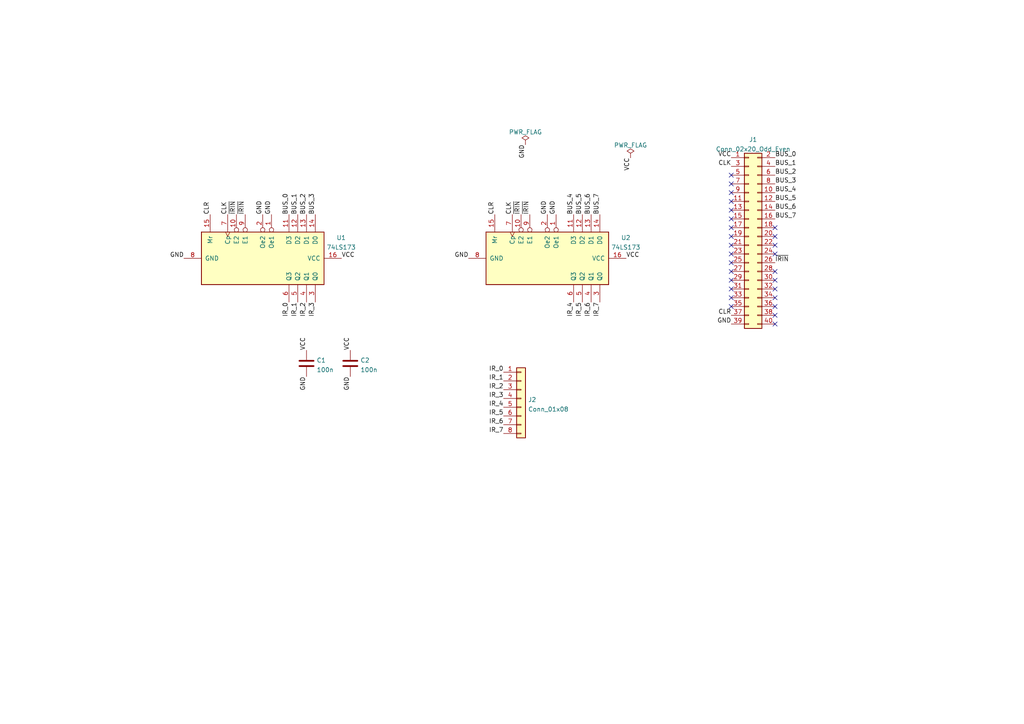
<source format=kicad_sch>
(kicad_sch (version 20211123) (generator eeschema)
  (paper "A4")
  (lib_symbols
    (symbol "74xx:74LS173" (pin_names (offset 1.016))
      (property "Reference" "U" (at -7.62 19.05 0))
      (property "Value" "74LS173" (at -7.62 -19.05 0))
      (symbol "74LS173_1_0"
        (pin input inverted (at -12.7 2.54 0) (length 5.08) (name "Oe1") (number "1"))
        (pin input inverted (at -12.7 -7.62 0) (length 5.08) (name "E2") (number "10"))
        (pin input line (at -12.7 7.62 0) (length 5.08) (name "D3") (number "11"))
        (pin input line (at -12.7 10.16 0) (length 5.08) (name "D2") (number "12"))
        (pin input line (at -12.7 12.7 0) (length 5.08) (name "D1") (number "13"))
        (pin input line (at -12.7 15.24 0) (length 5.08) (name "D0") (number "14"))
        (pin input line (at -12.7 -15.24 0) (length 5.08) (name "Mr") (number "15"))
        (pin power_in line (at 0 22.86 270) (length 5.08) (name "VCC") (number "16"))
        (pin input inverted (at -12.7 0 0) (length 5.08) (name "Oe2") (number "2"))
        (pin tri_state line (at 12.7 15.24 180) (length 5.08) (name "Q0") (number "3"))
        (pin tri_state line (at 12.7 12.7 180) (length 5.08) (name "Q1") (number "4"))
        (pin tri_state line (at 12.7 10.16 180) (length 5.08) (name "Q2") (number "5"))
        (pin tri_state line (at 12.7 7.62 180) (length 5.08) (name "Q3") (number "6"))
        (pin input clock (at -12.7 -10.16 0) (length 5.08) (name "Cp") (number "7"))
        (pin power_in line (at 0 -22.86 90) (length 5.08) (name "GND") (number "8"))
        (pin input inverted (at -12.7 -5.08 0) (length 5.08) (name "E1") (number "9"))
      )
      (symbol "74LS173_1_1"
        (rectangle (start -7.62 17.78) (end 7.62 -17.78) (stroke (width 0.254)) (fill (type background)))
      )
    )
    (symbol "Connector_Generic:Conn_01x08" (pin_names (offset 1.016) hide)
      (property "Reference" "J" (at 0 10.16 0))
      (property "Value" "Conn_01x08" (at 0 -12.7 0))
      (symbol "Conn_01x08_1_1"
        (rectangle (start -1.27 -10.033) (end 0 -10.287) (stroke (width 0.1524)))
        (rectangle (start -1.27 -7.493) (end 0 -7.747) (stroke (width 0.1524)))
        (rectangle (start -1.27 -4.953) (end 0 -5.207) (stroke (width 0.1524)))
        (rectangle (start -1.27 -2.413) (end 0 -2.667) (stroke (width 0.1524)))
        (rectangle (start -1.27 0.127) (end 0 -0.127) (stroke (width 0.1524)))
        (rectangle (start -1.27 2.667) (end 0 2.413) (stroke (width 0.1524)))
        (rectangle (start -1.27 5.207) (end 0 4.953) (stroke (width 0.1524)))
        (rectangle (start -1.27 7.747) (end 0 7.493) (stroke (width 0.1524)))
        (rectangle (start -1.27 8.89) (end 1.27 -11.43) (stroke (width 0.254)) (fill (type background)))
        (pin passive line (at -5.08 7.62 0) (length 3.81) (name "Pin_1") (number "1"))
        (pin passive line (at -5.08 5.08 0) (length 3.81) (name "Pin_2") (number "2"))
        (pin passive line (at -5.08 2.54 0) (length 3.81) (name "Pin_3") (number "3"))
        (pin passive line (at -5.08 0 0) (length 3.81) (name "Pin_4") (number "4"))
        (pin passive line (at -5.08 -2.54 0) (length 3.81) (name "Pin_5") (number "5"))
        (pin passive line (at -5.08 -5.08 0) (length 3.81) (name "Pin_6") (number "6"))
        (pin passive line (at -5.08 -7.62 0) (length 3.81) (name "Pin_7") (number "7"))
        (pin passive line (at -5.08 -10.16 0) (length 3.81) (name "Pin_8") (number "8"))
      )
    )
    (symbol "Connector_Generic:Conn_02x20_Odd_Even" (pin_names (offset 1.016) hide)
      (property "Reference" "J" (at 1.27 25.4 0))
      (property "Value" "Conn_02x20_Odd_Even" (at 1.27 -27.94 0))
      (symbol "Conn_02x20_Odd_Even_1_1"
        (rectangle (start -1.27 -25.273) (end 0 -25.527) (stroke (width 0.1524)))
        (rectangle (start -1.27 -22.733) (end 0 -22.987) (stroke (width 0.1524)))
        (rectangle (start -1.27 -20.193) (end 0 -20.447) (stroke (width 0.1524)))
        (rectangle (start -1.27 -17.653) (end 0 -17.907) (stroke (width 0.1524)))
        (rectangle (start -1.27 -15.113) (end 0 -15.367) (stroke (width 0.1524)))
        (rectangle (start -1.27 -12.573) (end 0 -12.827) (stroke (width 0.1524)))
        (rectangle (start -1.27 -10.033) (end 0 -10.287) (stroke (width 0.1524)))
        (rectangle (start -1.27 -7.493) (end 0 -7.747) (stroke (width 0.1524)))
        (rectangle (start -1.27 -4.953) (end 0 -5.207) (stroke (width 0.1524)))
        (rectangle (start -1.27 -2.413) (end 0 -2.667) (stroke (width 0.1524)))
        (rectangle (start -1.27 0.127) (end 0 -0.127) (stroke (width 0.1524)))
        (rectangle (start -1.27 2.667) (end 0 2.413) (stroke (width 0.1524)))
        (rectangle (start -1.27 5.207) (end 0 4.953) (stroke (width 0.1524)))
        (rectangle (start -1.27 7.747) (end 0 7.493) (stroke (width 0.1524)))
        (rectangle (start -1.27 10.287) (end 0 10.033) (stroke (width 0.1524)))
        (rectangle (start -1.27 12.827) (end 0 12.573) (stroke (width 0.1524)))
        (rectangle (start -1.27 15.367) (end 0 15.113) (stroke (width 0.1524)))
        (rectangle (start -1.27 17.907) (end 0 17.653) (stroke (width 0.1524)))
        (rectangle (start -1.27 20.447) (end 0 20.193) (stroke (width 0.1524)))
        (rectangle (start -1.27 22.987) (end 0 22.733) (stroke (width 0.1524)))
        (rectangle (start -1.27 24.13) (end 3.81 -26.67) (stroke (width 0.254)) (fill (type background)))
        (rectangle (start 3.81 -25.273) (end 2.54 -25.527) (stroke (width 0.1524)))
        (rectangle (start 3.81 -22.733) (end 2.54 -22.987) (stroke (width 0.1524)))
        (rectangle (start 3.81 -20.193) (end 2.54 -20.447) (stroke (width 0.1524)))
        (rectangle (start 3.81 -17.653) (end 2.54 -17.907) (stroke (width 0.1524)))
        (rectangle (start 3.81 -15.113) (end 2.54 -15.367) (stroke (width 0.1524)))
        (rectangle (start 3.81 -12.573) (end 2.54 -12.827) (stroke (width 0.1524)))
        (rectangle (start 3.81 -10.033) (end 2.54 -10.287) (stroke (width 0.1524)))
        (rectangle (start 3.81 -7.493) (end 2.54 -7.747) (stroke (width 0.1524)))
        (rectangle (start 3.81 -4.953) (end 2.54 -5.207) (stroke (width 0.1524)))
        (rectangle (start 3.81 -2.413) (end 2.54 -2.667) (stroke (width 0.1524)))
        (rectangle (start 3.81 0.127) (end 2.54 -0.127) (stroke (width 0.1524)))
        (rectangle (start 3.81 2.667) (end 2.54 2.413) (stroke (width 0.1524)))
        (rectangle (start 3.81 5.207) (end 2.54 4.953) (stroke (width 0.1524)))
        (rectangle (start 3.81 7.747) (end 2.54 7.493) (stroke (width 0.1524)))
        (rectangle (start 3.81 10.287) (end 2.54 10.033) (stroke (width 0.1524)))
        (rectangle (start 3.81 12.827) (end 2.54 12.573) (stroke (width 0.1524)))
        (rectangle (start 3.81 15.367) (end 2.54 15.113) (stroke (width 0.1524)))
        (rectangle (start 3.81 17.907) (end 2.54 17.653) (stroke (width 0.1524)))
        (rectangle (start 3.81 20.447) (end 2.54 20.193) (stroke (width 0.1524)))
        (rectangle (start 3.81 22.987) (end 2.54 22.733) (stroke (width 0.1524)))
        (pin passive line (at -5.08 22.86 0) (length 3.81) (name "Pin_1") (number "1"))
        (pin passive line (at 7.62 12.7 180) (length 3.81) (name "Pin_10") (number "10"))
        (pin passive line (at -5.08 10.16 0) (length 3.81) (name "Pin_11") (number "11"))
        (pin passive line (at 7.62 10.16 180) (length 3.81) (name "Pin_12") (number "12"))
        (pin passive line (at -5.08 7.62 0) (length 3.81) (name "Pin_13") (number "13"))
        (pin passive line (at 7.62 7.62 180) (length 3.81) (name "Pin_14") (number "14"))
        (pin passive line (at -5.08 5.08 0) (length 3.81) (name "Pin_15") (number "15"))
        (pin passive line (at 7.62 5.08 180) (length 3.81) (name "Pin_16") (number "16"))
        (pin passive line (at -5.08 2.54 0) (length 3.81) (name "Pin_17") (number "17"))
        (pin passive line (at 7.62 2.54 180) (length 3.81) (name "Pin_18") (number "18"))
        (pin passive line (at -5.08 0 0) (length 3.81) (name "Pin_19") (number "19"))
        (pin passive line (at 7.62 22.86 180) (length 3.81) (name "Pin_2") (number "2"))
        (pin passive line (at 7.62 0 180) (length 3.81) (name "Pin_20") (number "20"))
        (pin passive line (at -5.08 -2.54 0) (length 3.81) (name "Pin_21") (number "21"))
        (pin passive line (at 7.62 -2.54 180) (length 3.81) (name "Pin_22") (number "22"))
        (pin passive line (at -5.08 -5.08 0) (length 3.81) (name "Pin_23") (number "23"))
        (pin passive line (at 7.62 -5.08 180) (length 3.81) (name "Pin_24") (number "24"))
        (pin passive line (at -5.08 -7.62 0) (length 3.81) (name "Pin_25") (number "25"))
        (pin passive line (at 7.62 -7.62 180) (length 3.81) (name "Pin_26") (number "26"))
        (pin passive line (at -5.08 -10.16 0) (length 3.81) (name "Pin_27") (number "27"))
        (pin passive line (at 7.62 -10.16 180) (length 3.81) (name "Pin_28") (number "28"))
        (pin passive line (at -5.08 -12.7 0) (length 3.81) (name "Pin_29") (number "29"))
        (pin passive line (at -5.08 20.32 0) (length 3.81) (name "Pin_3") (number "3"))
        (pin passive line (at 7.62 -12.7 180) (length 3.81) (name "Pin_30") (number "30"))
        (pin passive line (at -5.08 -15.24 0) (length 3.81) (name "Pin_31") (number "31"))
        (pin passive line (at 7.62 -15.24 180) (length 3.81) (name "Pin_32") (number "32"))
        (pin passive line (at -5.08 -17.78 0) (length 3.81) (name "Pin_33") (number "33"))
        (pin passive line (at 7.62 -17.78 180) (length 3.81) (name "Pin_34") (number "34"))
        (pin passive line (at -5.08 -20.32 0) (length 3.81) (name "Pin_35") (number "35"))
        (pin passive line (at 7.62 -20.32 180) (length 3.81) (name "Pin_36") (number "36"))
        (pin passive line (at -5.08 -22.86 0) (length 3.81) (name "Pin_37") (number "37"))
        (pin passive line (at 7.62 -22.86 180) (length 3.81) (name "Pin_38") (number "38"))
        (pin passive line (at -5.08 -25.4 0) (length 3.81) (name "Pin_39") (number "39"))
        (pin passive line (at 7.62 20.32 180) (length 3.81) (name "Pin_4") (number "4"))
        (pin passive line (at 7.62 -25.4 180) (length 3.81) (name "Pin_40") (number "40"))
        (pin passive line (at -5.08 17.78 0) (length 3.81) (name "Pin_5") (number "5"))
        (pin passive line (at 7.62 17.78 180) (length 3.81) (name "Pin_6") (number "6"))
        (pin passive line (at -5.08 15.24 0) (length 3.81) (name "Pin_7") (number "7"))
        (pin passive line (at 7.62 15.24 180) (length 3.81) (name "Pin_8") (number "8"))
        (pin passive line (at -5.08 12.7 0) (length 3.81) (name "Pin_9") (number "9"))
      )
    )
    (symbol "Device:C" (pin_numbers hide) (pin_names (offset 0.254))
      (property "Reference" "C" (at 0.635 2.54 0))
      (property "Value" "C" (at 0.635 -2.54 0))
      (symbol "C_0_1"
        (polyline (pts (xy -2.032 -0.762) (xy 2.032 -0.762)) (stroke (width 0.508)))
        (polyline (pts (xy -2.032 0.762) (xy 2.032 0.762)) (stroke (width 0.508)))
      )
      (symbol "C_1_1"
        (pin passive line (at 0 3.81 270) (length 2.794) (name "~") (number "1"))
        (pin passive line (at 0 -3.81 90) (length 2.794) (name "~") (number "2"))
      )
    )
    (symbol "power:PWR_FLAG" (power) (pin_numbers hide) (pin_names (offset 0) hide)
      (property "Value" "PWR_FLAG" (at 0 3.81 0))
      (symbol "PWR_FLAG_0_0"
        (pin power_out line (at 0 0 90) (length 0) (name "pwr") (number "1"))
      )
      (symbol "PWR_FLAG_0_1"
        (polyline (pts (xy 0 0) (xy 0 1.27) (xy -1.016 1.905) (xy 0 2.54) (xy 1.016 1.905) (xy 0 1.27)))
      )
    )
  )
  (no_connect (at 212.09 73.66))
  (no_connect (at 212.09 78.74))
  (no_connect (at 212.09 76.2))
  (no_connect (at 212.09 81.28))
  (no_connect (at 212.09 71.12))
  (no_connect (at 212.09 83.82))
  (no_connect (at 212.09 86.36))
  (no_connect (at 212.09 88.9))
  (no_connect (at 212.09 68.58))
  (no_connect (at 212.09 66.04))
  (no_connect (at 212.09 63.5))
  (no_connect (at 212.09 60.96))
  (no_connect (at 212.09 58.42))
  (no_connect (at 212.09 53.34))
  (no_connect (at 212.09 50.8))
  (no_connect (at 212.09 55.88))
  (no_connect (at 224.79 83.82))
  (no_connect (at 224.79 86.36))
  (no_connect (at 224.79 91.44))
  (no_connect (at 224.79 88.9))
  (no_connect (at 224.79 66.04))
  (no_connect (at 224.79 73.66))
  (no_connect (at 224.79 81.28))
  (no_connect (at 224.79 78.74))
  (no_connect (at 224.79 71.12))
  (no_connect (at 224.79 68.58))
  (no_connect (at 224.79 93.98))
  (label "BUS_0" (at 83.82 62.23 90))
  (label "IR_7" (at 146.05 125.73 180))
  (label "VCC" (at 212.09 45.72 180))
  (label "IR_2" (at 88.9 87.63 270))
  (label "IR_5" (at 146.05 120.65 180))
  (label "VCC" (at 88.9 101.6 90))
  (label "IR_7" (at 173.99 87.63 270))
  (label "~{IRIN}" (at 153.67 62.23 90))
  (label "IR_6" (at 146.05 123.19 180))
  (label "GND" (at 101.6 109.22 270))
  (label "BUS_5" (at 224.79 58.42 0))
  (label "GND" (at 152.4 41.91 270))
  (label "~{IRIN}" (at 68.58 62.23 90))
  (label "IR_1" (at 146.05 110.49 180))
  (label "CLR" (at 60.96 62.23 90))
  (label "BUS_2" (at 88.9 62.23 90))
  (label "IR_0" (at 83.82 87.63 270))
  (label "GND" (at 135.89 74.93 180))
  (label "BUS_3" (at 224.79 53.34 0))
  (label "BUS_6" (at 224.79 60.96 0))
  (label "GND" (at 212.09 93.98 180))
  (label "VCC" (at 181.61 74.93 0))
  (label "CLK" (at 212.09 48.26 180))
  (label "IR_0" (at 146.05 107.95 180))
  (label "IR_2" (at 146.05 113.03 180))
  (label "IR_6" (at 171.45 87.63 270))
  (label "BUS_4" (at 166.37 62.23 90))
  (label "GND" (at 158.75 62.23 90))
  (label "IR_3" (at 91.44 87.63 270))
  (label "VCC" (at 182.88 45.72 270))
  (label "CLK" (at 148.59 62.23 90))
  (label "GND" (at 76.2 62.23 90))
  (label "BUS_5" (at 168.91 62.23 90))
  (label "BUS_7" (at 224.79 63.5 0))
  (label "BUS_7" (at 173.99 62.23 90))
  (label "IR_1" (at 86.36 87.63 270))
  (label "VCC" (at 99.06 74.93 0))
  (label "GND" (at 161.29 62.23 90))
  (label "IR_4" (at 146.05 118.11 180))
  (label "BUS_1" (at 86.36 62.23 90))
  (label "VCC" (at 101.6 101.6 90))
  (label "IR_3" (at 146.05 115.57 180))
  (label "~{IRIN}" (at 71.12 62.23 90))
  (label "CLR" (at 212.09 91.44 180))
  (label "CLR" (at 143.51 62.23 90))
  (label "GND" (at 88.9 109.22 270))
  (label "BUS_4" (at 224.79 55.88 0))
  (label "BUS_2" (at 224.79 50.8 0))
  (label "BUS_6" (at 171.45 62.23 90))
  (label "BUS_1" (at 224.79 48.26 0))
  (label "GND" (at 53.34 74.93 180))
  (label "IR_5" (at 168.91 87.63 270))
  (label "BUS_0" (at 224.79 45.72 0))
  (label "~{IRIN}" (at 151.13 62.23 90))
  (label "CLK" (at 66.04 62.23 90))
  (label "~{IRIN}" (at 224.79 76.2 0))
  (label "IR_4" (at 166.37 87.63 270))
  (label "GND" (at 78.74 62.23 90))
  (label "BUS_3" (at 91.44 62.23 90))
  (symbol (lib_id "Device:C") (at 101.6 105.41 0) (unit 1)
    (property "Reference" "C2" (at 104.521 104.5015 0) (effects (justify left)))
    (property "Value" "100n" (at 104.521 107.2766 0) (effects (justify left)))
    (property "Footprint" "Capacitor_THT:C_Disc_D5.0mm_W2.5mm_P5.00mm" (effects hide))
  )
  (symbol (lib_id "Connector_Generic:Conn_02x20_Odd_Even") (at 217.17 68.58 0) (unit 1)
    (property "Reference" "J1" (at 218.44 40.4835 0))
    (property "Value" "Conn_02x20_Odd_Even" (at 218.44 43.2586 0))
    (property "Footprint" "Connector_PinSocket_2.54mm:PinSocket_2x20_P2.54mm_Horizontal" (effects hide))
  )
  (symbol (lib_id "power:PWR_FLAG") (at 182.88 45.72 0) (unit 1)
    (property "Reference" "#FLG02" (effects hide))
    (property "Value" "PWR_FLAG" (at 182.88 42.1155 0))
  )
  (symbol (lib_id "Device:C") (at 88.9 105.41 0) (unit 1)
    (property "Reference" "C1" (at 91.821 104.5015 0) (effects (justify left)))
    (property "Value" "100n" (at 91.821 107.2766 0) (effects (justify left)))
    (property "Footprint" "Capacitor_THT:C_Disc_D5.0mm_W2.5mm_P5.00mm" (effects hide))
  )
  (symbol (lib_id "power:PWR_FLAG") (at 152.4 41.91 0) (unit 1)
    (property "Reference" "#FLG01" (effects hide))
    (property "Value" "PWR_FLAG" (at 152.4 38.3055 0))
  )
  (symbol (lib_id "74xx:74LS173") (at 76.2 74.93 270) (unit 1)
    (property "Reference" "U1" (at 98.964 68.9567 90))
    (property "Value" "74LS173" (at 98.964 71.7318 90))
    (property "Footprint" "Package_DIP:DIP-16_W7.62mm_LongPads" (effects hide))
    (property "Datasheet" "http://www.ti.com/lit/gpn/sn74LS173" (effects hide))
  )
  (symbol (lib_id "74xx:74LS173") (at 158.75 74.93 270) (unit 1)
    (property "Reference" "U2" (at 181.514 68.9567 90))
    (property "Value" "74LS173" (at 181.514 71.7318 90))
    (property "Footprint" "Package_DIP:DIP-16_W7.62mm_LongPads" (effects hide))
    (property "Datasheet" "http://www.ti.com/lit/gpn/sn74LS173" (effects hide))
  )
  (symbol (lib_id "Connector_Generic:Conn_01x08") (at 151.13 115.57 0) (unit 1)
    (property "Reference" "J2" (at 153.162 115.9315 0) (effects (justify left)))
    (property "Value" "Conn_01x08" (at 153.162 118.7066 0) (effects (justify left)))
    (property "Footprint" "Connector_PinHeader_2.54mm:PinHeader_1x08_P2.54mm_Horizontal" (effects hide))
  )
)
</source>
